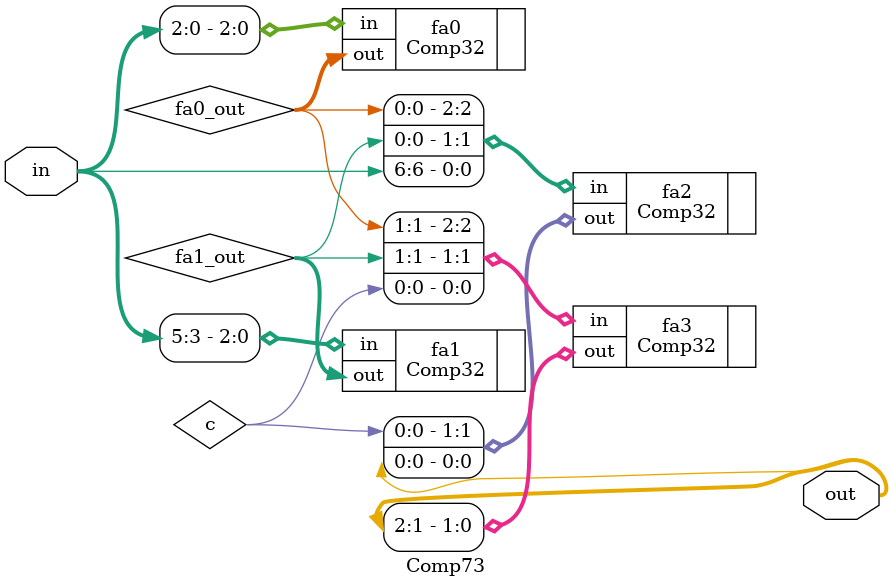
<source format=sv>
module Comp73 (
    input  [6:0] in,
    output [2:0] out
);
  logic [1:0] fa0_out;
  Comp32 fa0 (
      .in (in[2:0]),
      .out(fa0_out)
  );

  logic [1:0] fa1_out;
  Comp32 fa1 (
      .in (in[5:3]),
      .out(fa1_out)
  );

  logic c;
  Comp32 fa2 (
      .in ({fa0_out[0], fa1_out[0], in[6]}),
      .out({c, out[0]})
  );

  Comp32 fa3 (
      .in ({fa0_out[1], fa1_out[1], c}),
      .out(out[2:1])
  );

endmodule

</source>
